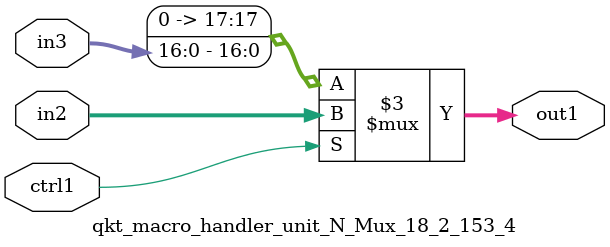
<source format=v>

`timescale 1ps / 1ps


module qkt_macro_handler_unit_N_Mux_18_2_153_4( in3, in2, ctrl1, out1 );

    input [16:0] in3;
    input [17:0] in2;
    input ctrl1;
    output [17:0] out1;
    reg [17:0] out1;

    
    // rtl_process:qkt_macro_handler_unit_N_Mux_18_2_153_4/qkt_macro_handler_unit_N_Mux_18_2_153_4_thread_1
    always @*
      begin : qkt_macro_handler_unit_N_Mux_18_2_153_4_thread_1
        case (ctrl1) 
          1'b1: 
            begin
              out1 = in2;
            end
          default: 
            begin
              out1 = {1'b0, in3};
            end
        endcase
      end

endmodule



</source>
